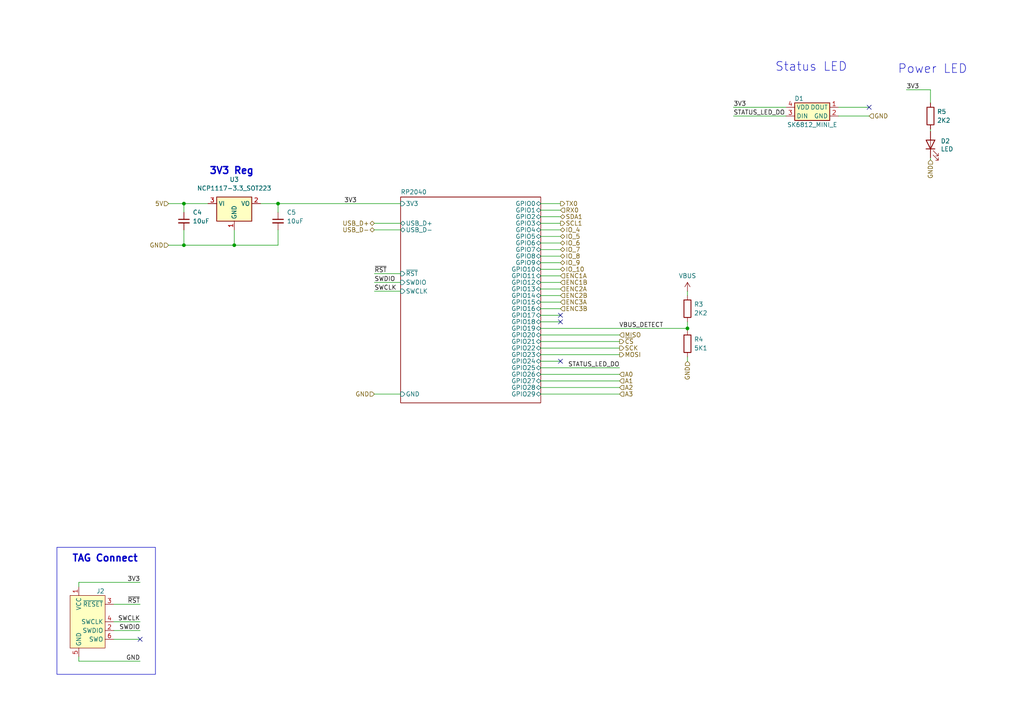
<source format=kicad_sch>
(kicad_sch (version 20231120) (generator "eeschema") (generator_version "8.0")
  (paper "A4")
  (title_block (title "RP2040") (date "2024-03-19") (rev "A") (company "MadMan"))
  (lib_symbols
    (symbol "Connector:Conn_ARM_SWD_TagConnect_TC2030-NL" (in_bom no)
      (property "Reference" "J" (at 2.54 11.43 0))
      (property "Value" "Conn_ARM_SWD_TagConnect_TC2030-NL" (at 2.54 8.89 0))
      (symbol "Conn_ARM_SWD_TagConnect_TC2030-NL_0_0"
        (pin power_in line (at -2.54 10.16 270) (length 2.54) (name "VCC") (number "1"))
        (pin bidirectional line (at 7.62 -2.54 180) (length 2.54) (name "SWDIO") (number "2"))
        (pin open_collector line (at 7.62 5.08 180) (length 2.54) (name "~{RESET}") (number "3"))
        (pin output line (at 7.62 0 180) (length 2.54) (name "SWCLK") (number "4"))
        (pin power_in line (at -2.54 -10.16 90) (length 2.54) (name "GND") (number "5"))
        (pin input line (at 7.62 -5.08 180) (length 2.54) (name "SWO") (number "6"))
      )
      (symbol "Conn_ARM_SWD_TagConnect_TC2030-NL_0_1"
        (rectangle (start -5.08 7.62) (end 5.08 -7.62) (fill (type background)))
      )
    )
    (symbol "Device:C_Small" (pin_numbers hide) (pin_names (offset 0.254) hide)
      (property "Reference" "C" (at 0.254 1.778 0))
      (property "Value" "C_Small" (at 0.254 -2.032 0))
      (symbol "C_Small_0_1"
        (polyline (pts (xy -1.524 -0.508) (xy 1.524 -0.508)) (stroke (width 0.3302)))
        (polyline (pts (xy -1.524 0.508) (xy 1.524 0.508)) (stroke (width 0.3048)))
      )
      (symbol "C_Small_1_1"
        (pin passive line (at 0 2.54 270) (length 2.032) (name "~") (number "1"))
        (pin passive line (at 0 -2.54 90) (length 2.032) (name "~") (number "2"))
      )
    )
    (symbol "Device:LED" (pin_numbers hide) (pin_names (offset 1.016) hide)
      (property "Reference" "D" (at 0 2.54 0))
      (property "Value" "LED" (at 0 -2.54 0))
      (symbol "LED_0_1"
        (polyline (pts (xy -1.27 -1.27) (xy -1.27 1.27)) (stroke (width 0.254)))
        (polyline (pts (xy -1.27 0) (xy 1.27 0)))
        (polyline (pts (xy 1.27 -1.27) (xy 1.27 1.27) (xy -1.27 0) (xy 1.27 -1.27)) (stroke (width 0.254)))
        (polyline (pts (xy -3.048 -0.762) (xy -4.572 -2.286) (xy -3.81 -2.286) (xy -4.572 -2.286) (xy -4.572 -1.524)))
        (polyline (pts (xy -1.778 -0.762) (xy -3.302 -2.286) (xy -2.54 -2.286) (xy -3.302 -2.286) (xy -3.302 -1.524)))
      )
      (symbol "LED_1_1"
        (pin passive line (at -3.81 0 0) (length 2.54) (name "K") (number "1"))
        (pin passive line (at 3.81 0 180) (length 2.54) (name "A") (number "2"))
      )
    )
    (symbol "Device:R" (pin_numbers hide) (pin_names (offset 0))
      (property "Reference" "R" (at 2.032 0 90))
      (property "Value" "R" (at 0 0 90))
      (symbol "R_0_1"
        (rectangle (start -1.016 -2.54) (end 1.016 2.54) (stroke (width 0.254)))
      )
      (symbol "R_1_1"
        (pin passive line (at 0 3.81 270) (length 1.27) (name "~") (number "1"))
        (pin passive line (at 0 -3.81 90) (length 1.27) (name "~") (number "2"))
      )
    )
    (symbol "Mad_Symbols:WS2812"
      (property "Reference" "D" (at -4.572 3.81 0))
      (symbol "WS2812_0_1"
        (rectangle (start -5.08 2.54) (end 5.08 -2.54) (stroke (width 0.254)) (fill (type background)))
      )
      (symbol "WS2812_1_1"
        (pin passive line (at 7.62 1.27 180) (length 2.54) (name "DOUT") (number "1"))
        (pin power_in line (at 7.62 -1.27 180) (length 2.54) (name "GND") (number "2"))
        (pin passive line (at -7.62 -1.27 0) (length 2.54) (name "DIN") (number "3"))
        (pin power_in line (at -7.62 1.27 0) (length 2.54) (name "VDD") (number "4"))
      )
    )
    (symbol "Regulator_Linear:NCP1117-3.3_SOT223"
      (property "Reference" "U" (at -3.81 3.175 0))
      (property "Value" "NCP1117-3.3_SOT223" (at 0 3.175 0))
      (symbol "NCP1117-3.3_SOT223_0_1"
        (rectangle (start -5.08 -5.08) (end 5.08 1.905) (stroke (width 0.254)) (fill (type background)))
      )
      (symbol "NCP1117-3.3_SOT223_1_1"
        (pin power_in line (at 0 -7.62 90) (length 2.54) (name "GND") (number "1"))
        (pin power_out line (at 7.62 0 180) (length 2.54) (name "VO") (number "2"))
        (pin power_in line (at -7.62 0 0) (length 2.54) (name "VI") (number "3"))
      )
    )
    (symbol "power:VBUS" (power) (pin_numbers hide) (pin_names (offset 0) hide)
      (property "Value" "VBUS" (at 0 3.556 0))
      (symbol "VBUS_0_1"
        (polyline (pts (xy -0.762 1.27) (xy 0 2.54)))
        (polyline (pts (xy 0 0) (xy 0 2.54)))
        (polyline (pts (xy 0 2.54) (xy 0.762 1.27)))
      )
      (symbol "VBUS_1_1"
        (pin power_in line (at 0 0 90) (length 0) (name "~") (number "1"))
      )
    )
  )
  (junction (at 67.945 71.12) (diameter 0.9144))
  (junction (at 53.34 59.055))
  (junction (at 199.39 95.25))
  (junction (at 53.34 71.12))
  (junction (at 80.645 59.055))
  (no_connect (at 162.56 104.775))
  (no_connect (at 40.64 185.42))
  (no_connect (at 162.56 91.44))
  (no_connect (at 162.56 93.345))
  (no_connect (at 252.095 31.115))
  (wire (pts (xy 156.845 89.535) (xy 162.56 89.535)))
  (wire (pts (xy 156.845 102.87) (xy 179.705 102.87)))
  (wire (pts (xy 156.845 91.44) (xy 162.56 91.44)))
  (wire (pts (xy 108.585 64.77) (xy 116.205 64.77)))
  (wire (pts (xy 156.845 72.39) (xy 162.56 72.39)))
  (wire (pts (xy 156.845 106.68) (xy 179.705 106.68)))
  (wire (pts (xy 212.725 33.655) (xy 227.965 33.655)))
  (wire (pts (xy 156.845 60.96) (xy 162.56 60.96)))
  (wire (pts (xy 53.34 66.675) (xy 53.34 71.12)))
  (wire (pts (xy 156.845 59.055) (xy 162.56 59.055)))
  (wire (pts (xy 199.39 103.505) (xy 199.39 104.775)))
  (wire (pts (xy 48.895 59.055) (xy 53.34 59.055)))
  (wire (pts (xy 53.34 71.12) (xy 67.945 71.12)))
  (wire (pts (xy 48.895 71.12) (xy 53.34 71.12)))
  (wire (pts (xy 156.845 64.77) (xy 162.56 64.77)))
  (wire (pts (xy 156.845 108.585) (xy 179.705 108.585)))
  (wire (pts (xy 252.095 31.115) (xy 243.205 31.115)))
  (wire (pts (xy 156.845 99.06) (xy 179.705 99.06)))
  (wire (pts (xy 156.845 80.01) (xy 162.56 80.01)))
  (wire (pts (xy 33.02 182.88) (xy 40.64 182.88)))
  (wire (pts (xy 80.645 61.595) (xy 80.645 59.055)))
  (wire (pts (xy 269.875 45.72) (xy 269.875 46.355)))
  (wire (pts (xy 269.875 38.1) (xy 269.875 37.465)))
  (wire (pts (xy 156.845 74.295) (xy 162.56 74.295)))
  (wire (pts (xy 108.585 66.675) (xy 116.205 66.675)))
  (wire (pts (xy 199.39 95.25) (xy 199.39 95.885)))
  (wire (pts (xy 80.645 66.675) (xy 80.645 71.12)))
  (wire (pts (xy 156.845 97.155) (xy 179.705 97.155)))
  (wire (pts (xy 156.845 95.25) (xy 199.39 95.25)))
  (wire (pts (xy 156.845 70.485) (xy 162.56 70.485)))
  (wire (pts (xy 33.02 180.34) (xy 40.64 180.34)))
  (wire (pts (xy 156.845 68.58) (xy 162.56 68.58)))
  (wire (pts (xy 262.89 26.035) (xy 269.875 26.035)))
  (wire (pts (xy 156.845 93.345) (xy 162.56 93.345)))
  (wire (pts (xy 156.845 78.105) (xy 162.56 78.105)))
  (wire (pts (xy 75.565 59.055) (xy 80.645 59.055)))
  (wire (pts (xy 156.845 112.395) (xy 179.705 112.395)))
  (wire (pts (xy 156.845 104.775) (xy 162.56 104.775)))
  (wire (pts (xy 243.205 33.655) (xy 252.095 33.655)))
  (wire (pts (xy 156.845 100.965) (xy 179.705 100.965)))
  (wire (pts (xy 40.64 168.91) (xy 22.86 168.91)))
  (wire (pts (xy 108.585 81.915) (xy 116.205 81.915)))
  (wire (pts (xy 156.845 62.865) (xy 162.56 62.865)))
  (wire (pts (xy 156.845 66.675) (xy 162.56 66.675)))
  (wire (pts (xy 212.725 31.115) (xy 227.965 31.115)))
  (wire (pts (xy 80.645 59.055) (xy 116.205 59.055)))
  (wire (pts (xy 108.585 79.375) (xy 116.205 79.375)))
  (wire (pts (xy 199.39 84.455) (xy 199.39 85.725)))
  (wire (pts (xy 22.86 168.91) (xy 22.86 170.18)))
  (wire (pts (xy 53.34 59.055) (xy 53.34 61.595)))
  (wire (pts (xy 156.845 87.63) (xy 162.56 87.63)))
  (wire (pts (xy 156.845 83.82) (xy 162.56 83.82)))
  (wire (pts (xy 108.585 114.3) (xy 116.205 114.3)))
  (wire (pts (xy 67.945 71.12) (xy 80.645 71.12)))
  (wire (pts (xy 67.945 66.675) (xy 67.945 71.12)))
  (wire (pts (xy 156.845 85.725) (xy 162.56 85.725)))
  (wire (pts (xy 40.64 191.77) (xy 22.86 191.77)))
  (wire (pts (xy 53.34 59.055) (xy 60.325 59.055)))
  (wire (pts (xy 33.02 175.26) (xy 40.64 175.26)))
  (wire (pts (xy 156.845 81.915) (xy 162.56 81.915)))
  (wire (pts (xy 108.585 84.455) (xy 116.205 84.455)))
  (wire (pts (xy 156.845 110.49) (xy 179.705 110.49)))
  (wire (pts (xy 33.02 185.42) (xy 40.64 185.42)))
  (wire (pts (xy 156.845 76.2) (xy 162.56 76.2)))
  (wire (pts (xy 22.86 191.77) (xy 22.86 190.5)))
  (wire (pts (xy 156.845 114.3) (xy 179.705 114.3)))
  (wire (pts (xy 199.39 93.345) (xy 199.39 95.25)))
  (wire (pts (xy 269.875 29.845) (xy 269.875 26.035)))
  (rectangle (start 16.51 158.75) (end 45.085 195.58))
  (text "Power LED" (at 260.35 21.59 0) (effects (font (size 2.54 2.54)) (justify left bottom)))
  (text "Status LED" (at 224.79 20.955 0) (effects (font (size 2.54 2.54)) (justify left bottom)))
  (text "3V3 Reg" (at 67.183 49.657 0) (effects (font (size 2 2) (thickness 0.4) (bold yes))))
  (text "TAG Connect" (at 30.48 162.052 0) (effects (font (size 2 2) (thickness 0.4) (bold yes))))
  (label "SWDIO" (at 40.64 182.88 180))
  (label "~{RST}" (at 108.585 79.375 0))
  (label "~{RST}" (at 40.64 175.26 180))
  (label "STATUS_LED_DO" (at 179.705 106.68 180))
  (label "VBUS_DETECT" (at 192.405 95.25 180))
  (label "3V3" (at 103.505 59.055 180))
  (label "SWCLK" (at 108.585 84.455 0))
  (label "SWDIO" (at 108.585 81.915 0))
  (label "3V3" (at 40.64 168.91 180))
  (label "3V3" (at 262.89 26.035 0))
  (label "STATUS_LED_DO" (at 212.725 33.655 0))
  (label "GND" (at 40.64 191.77 180))
  (label "SWCLK" (at 40.64 180.34 180))
  (label "3V3" (at 212.725 31.115 0))
  (hierarchical_label "GND" (shape input) (at 269.875 46.355 270))
  (hierarchical_label "IO_10" (shape bidirectional) (at 162.56 78.105 0))
  (hierarchical_label "IO_6" (shape bidirectional) (at 162.56 70.485 0))
  (hierarchical_label "IO_9" (shape bidirectional) (at 162.56 76.2 0))
  (hierarchical_label "ENC3B" (shape input) (at 162.56 89.535 0))
  (hierarchical_label "MISO" (shape input) (at 179.705 97.155 0))
  (hierarchical_label "USB_D+" (shape bidirectional) (at 108.585 64.77 180))
  (hierarchical_label "ENC1B" (shape input) (at 162.56 81.915 0))
  (hierarchical_label "5V" (shape input) (at 48.895 59.055 180))
  (hierarchical_label "SCK" (shape output) (at 179.705 100.965 0))
  (hierarchical_label "A0" (shape input) (at 179.705 108.585 0))
  (hierarchical_label "A3" (shape input) (at 179.705 114.3 0))
  (hierarchical_label "ENC2A" (shape input) (at 162.56 83.82 0))
  (hierarchical_label "GND" (shape input) (at 252.095 33.655 0))
  (hierarchical_label "~{CS}" (shape output) (at 179.705 99.06 0))
  (hierarchical_label "TX0" (shape output) (at 162.56 59.055 0))
  (hierarchical_label "MOSI" (shape output) (at 179.705 102.87 0))
  (hierarchical_label "ENC1A" (shape input) (at 162.56 80.01 0))
  (hierarchical_label "ENC3A" (shape input) (at 162.56 87.63 0))
  (hierarchical_label "SCL1" (shape output) (at 162.56 64.77 0))
  (hierarchical_label "SDA1" (shape bidirectional) (at 162.56 62.865 0))
  (hierarchical_label "ENC2B" (shape input) (at 162.56 85.725 0))
  (hierarchical_label "IO_8" (shape bidirectional) (at 162.56 74.295 0))
  (hierarchical_label "RX0" (shape input) (at 162.56 60.96 0))
  (hierarchical_label "A1" (shape input) (at 179.705 110.49 0))
  (hierarchical_label "GND" (shape input) (at 108.585 114.3 180))
  (hierarchical_label "A2" (shape input) (at 179.705 112.395 0))
  (hierarchical_label "USB_D-" (shape bidirectional) (at 108.585 66.675 180))
  (hierarchical_label "IO_7" (shape bidirectional) (at 162.56 72.39 0))
  (hierarchical_label "IO_4" (shape bidirectional) (at 162.56 66.675 0))
  (hierarchical_label "GND" (shape input) (at 199.39 104.775 270))
  (hierarchical_label "IO_5" (shape bidirectional) (at 162.56 68.58 0))
  (hierarchical_label "GND" (shape input) (at 48.895 71.12 180))
  (symbol (lib_id "Device:LED") (at 269.875 41.91 90) (unit 1)
    (property "Reference" "D2" (at 272.8468 40.9194 90) (effects (justify right)))
    (property "Value" "LED" (at 272.8468 43.2308 90) (effects (justify right)))
    (property "Footprint" "LED_SMD:LED_0603_1608Metric" (effects (hide yes)))
    (property "LCSC" "C268294" (effects (hide yes)))
    (property "MPN " "OSK40603C1E" (effects (hide yes)))
    (property "Manufacturer" "OptoSupply" (effects (hide yes)))
    (property "JLC Basic" "Y" (effects (hide yes)))
    (property "Substitute" "Y - any pink" (effects (hide yes)))
  )
  (symbol (lib_id "Regulator_Linear:NCP1117-3.3_SOT223") (at 67.945 59.055 0) (unit 1)
    (property "Reference" "U3" (at 67.945 52.07 0))
    (property "Value" "NCP1117-3.3_SOT223" (at 67.945 54.61 0))
    (property "Footprint" "Package_TO_SOT_SMD:SOT-223-3_TabPin2" (effects (hide yes)))
    (property "Datasheet" "http://www.onsemi.com/pub_link/Collateral/NCP1117-D.PDF" (effects (hide yes)))
    (property "Description" "1A Low drop-out regulator, Fixed Output 3.3V, SOT-223" (effects (hide yes)))
    (property "Price" "$0.74" (effects (hide yes)))
    (property "Rating" "IC REG LINEAR POS ADJ 1A SOT223" (effects (hide yes)))
    (property "Supplier" "Digikey" (effects (hide yes)))
    (property "Supplier PN" "NCP1117LPSTADT3GOSCT-ND" (effects (hide yes)))
    (property "Manufacturer" "onsemi" (effects (hide yes)))
    (property "MPN" "NCP1117LPSTADT3G" (effects (hide yes)))
  )
  (symbol (lib_id "Connector:Conn_ARM_SWD_TagConnect_TC2030-NL") (at 25.4 180.34 0) (unit 1) (in_bom no)
    (property "Reference" "J2" (at 27.94 171.45 0) (effects (justify left)))
    (property "Value" "Conn_ARM_SWD_TagConnect_TC2030-NL" (effects (hide yes)))
    (property "Footprint" "Connector:Tag-Connect_TC2030-IDC-NL_2x03_P1.27mm_Vertical" (effects (hide yes)))
    (property "Datasheet" "https://www.tag-connect.com/wp-content/uploads/bsk-pdf-manager/TC2030-CTX_1.pdf" (effects (hide yes)))
  )
  (symbol (lib_id "Device:R") (at 269.875 33.655 0) (unit 1)
    (property "Reference" "R5" (at 271.78 32.3849 0) (effects (justify left)))
    (property "Value" "2K2" (at 271.78 34.9249 0) (effects (justify left)))
    (property "Footprint" "Resistor_SMD:R_0402_1005Metric" (effects (hide yes)))
    (property "Datasheet" "https://www.yageo.com/upload/media/product/products/datasheet/rchip/PYu-RC_Group_51_RoHS_L_12.pdf" (effects (hide yes)))
    (property "Description" "2.2 kOhms ±1% 0.063W, 1/16W Chip Resistor 0402 (1005 Metric) Moisture Resistant Thick Film" (effects (hide yes)))
    (property "JLC Basic" "Y" (effects (hide yes)))
    (property "LCSC" "C25879" (effects (hide yes)))
    (property "MPN " "0402WGF2201TCE" (effects (hide yes)))
    (property "Manufacturer" "YAGEO" (effects (hide yes)))
    (property "Substitute" "Y" (effects (hide yes)))
    (property "MPN" "RC0402FR-072K2L" (effects (hide yes)))
    (property "Price" "$0.16 " (effects (hide yes)))
    (property "Rating" "RES 2.2K OHM 1% 1/16W 0402" (effects (hide yes)))
    (property "Supplier" "Digikey" (effects (hide yes)))
    (property "Supplier PN" "311-2.20KLRCT-ND" (effects (hide yes)))
  )
  (symbol (lib_id "Device:R") (at 199.39 99.695 0) (unit 1)
    (property "Reference" "R4" (at 201.295 98.4249 0) (effects (justify left)))
    (property "Value" "5K1" (at 201.295 100.9649 0) (effects (justify left)))
    (property "Footprint" "Resistor_SMD:R_0402_1005Metric" (effects (hide yes)))
    (property "Datasheet" "https://www.yageo.com/upload/media/product/products/datasheet/rchip/PYu-RC_Group_51_RoHS_L_12.pdf" (effects (hide yes)))
    (property "Description" "5.1 kOhms ±1% 0.063W, 1/16W Chip Resistor 0402 (1005 Metric) Moisture Resistant Thick Film" (effects (hide yes)))
    (property "Manufacturer" "YAGEO" (effects (hide yes)))
    (property "MPN" "RC0402FR-075K1L" (effects (hide yes)))
    (property "Price" "$0.16 " (effects (hide yes)))
    (property "Rating" "RES 5.1K OHM 1% 1/16W 0402" (effects (hide yes)))
    (property "Supplier" "Digikey" (effects (hide yes)))
    (property "Supplier PN" "311-5.10KLRCT-ND" (effects (hide yes)))
  )
  (symbol (lib_id "Device:R") (at 199.39 89.535 0) (unit 1)
    (property "Reference" "R3" (at 201.295 88.2649 0) (effects (justify left)))
    (property "Value" "2K2" (at 201.295 90.8049 0) (effects (justify left)))
    (property "Footprint" "Resistor_SMD:R_0402_1005Metric" (effects (hide yes)))
    (property "Datasheet" "https://www.yageo.com/upload/media/product/products/datasheet/rchip/PYu-RC_Group_51_RoHS_L_12.pdf" (effects (hide yes)))
    (property "Description" "2.2 kOhms ±1% 0.063W, 1/16W Chip Resistor 0402 (1005 Metric) Moisture Resistant Thick Film" (effects (hide yes)))
    (property "Manufacturer" "YAGEO" (effects (hide yes)))
    (property "MPN" "RC0402FR-072K2L" (effects (hide yes)))
    (property "Price" "$0.16 " (effects (hide yes)))
    (property "Rating" "RES 2.2K OHM 1% 1/16W 0402" (effects (hide yes)))
    (property "Supplier" "Digikey" (effects (hide yes)))
    (property "Supplier PN" "311-2.20KLRCT-ND" (effects (hide yes)))
  )
  (symbol (lib_id "power:VBUS") (at 199.39 84.455 0) (unit 1)
    (property "Reference" "#PWR06" (effects (hide yes)))
    (property "Value" "VBUS" (at 199.39 80.01 0))
    (property "Description" "Power symbol creates a global label with name \"VBUS\"" (effects (hide yes)))
  )
  (symbol (lib_id "Device:C_Small") (at 53.34 64.135 0) (mirror y) (unit 1)
    (property "Reference" "C4" (at 55.88 61.595 0) (effects (justify right)))
    (property "Value" "10uF" (at 55.88 64.135 0) (effects (justify right)))
    (property "Footprint" "Capacitor_SMD:C_0805_2012Metric" (effects (hide yes)))
    (property "Datasheet" "https://www.yageo.com/upload/media/product/app/datasheet/mlcc/upy-gphc_x5r_4v-to-50v.pdf" (effects (hide yes)))
    (property "Description" "10 µF ±10% 25V Ceramic Capacitor X5R 0805 (2012 Metric)" (effects (hide yes)))
    (property "MPN" "CC0805KKX5R8BB106" (effects (hide yes)))
    (property "Manufacturer" "YAGEO" (effects (hide yes)))
    (property "Price" "$0.47" (effects (hide yes)))
    (property "Rating" "CAP CER 10UF 25V X5R 0805" (effects (hide yes)))
    (property "Supplier" "Digikey" (effects (hide yes)))
    (property "Supplier PN" "311-1869-1-ND" (effects (hide yes)))
  )
  (symbol (lib_id "Mad_Symbols:WS2812") (at 235.585 32.385 0) (unit 1)
    (property "Reference" "D1" (at 231.775 28.575 0))
    (property "Value" "SK6812_MINI_E" (at 235.585 36.195 0))
    (property "Footprint" "Mad_Footprints:WS2812C-2020" (effects (hide yes)))
    (property "Datasheet" "https://cdn.sparkfun.com/assets/e/1/0/f/b/WS2812C-2020_V1.2_EN_19112716191654.pdf" (effects (hide yes)))
    (property "Description" "Programmable LED" (effects (hide yes)))
    (property "LCSC" "C965556" (effects (hide yes)))
    (property "MPN " "WS2812C-2020" (effects (hide yes)))
    (property "Manufacturer" "Worldsemi " (effects (hide yes)))
    (property "JLC Basic" "N" (effects (hide yes)))
    (property "Substitute" "N" (effects (hide yes)))
    (property "Price" "$0.42" (effects (hide yes)))
    (property "Rating" " 3.7...5.3V" (effects (hide yes)))
    (property "Supplier" "LCSC" (effects (hide yes)))
    (property "Supplier PN" "C965556" (effects (hide yes)))
    (property "MPN" "WS2812C-2020" (effects (hide yes)))
  )
  (symbol (lib_id "Device:C_Small") (at 80.645 64.135 0) (mirror y) (unit 1)
    (property "Reference" "C5" (at 83.185 61.595 0) (effects (justify right)))
    (property "Value" "10uF" (at 83.185 64.135 0) (effects (justify right)))
    (property "Footprint" "Capacitor_SMD:C_0805_2012Metric" (effects (hide yes)))
    (property "Datasheet" "https://www.yageo.com/upload/media/product/app/datasheet/mlcc/upy-gphc_x5r_4v-to-50v.pdf" (effects (hide yes)))
    (property "Description" "10 µF ±10% 25V Ceramic Capacitor X5R 0805 (2012 Metric)" (effects (hide yes)))
    (property "MPN" "CC0805KKX5R8BB106" (effects (hide yes)))
    (property "Manufacturer" "YAGEO" (effects (hide yes)))
    (property "Price" "$0.47" (effects (hide yes)))
    (property "Rating" "CAP CER 10UF 25V X5R 0805" (effects (hide yes)))
    (property "Supplier" "Digikey" (effects (hide yes)))
    (property "Supplier PN" "311-1869-1-ND" (effects (hide yes)))
  )
  (sheet (at 116.205 57.15) (size 40.64 59.69) (stroke (width 0.1524))
    (property "Sheetname" "RP2040" (at 116.205 56.4384 0) (effects (justify left bottom)))
    (property "Sheetfile" "../MCU/RP2040.kicad_sch" (effects (hide yes)))
    (pin "GND" input (at 116.205 114.3 180))
    (pin "GPIO15" bidirectional (at 156.845 87.63 0))
    (pin "GPIO14" bidirectional (at 156.845 85.725 0))
    (pin "GPIO16" bidirectional (at 156.845 89.535 0))
    (pin "GPIO17" bidirectional (at 156.845 91.44 0))
    (pin "GPIO27" bidirectional (at 156.845 110.49 0))
    (pin "GPIO26" bidirectional (at 156.845 108.585 0))
    (pin "GPIO25" bidirectional (at 156.845 106.68 0))
    (pin "GPIO29" bidirectional (at 156.845 114.3 0))
    (pin "GPIO24" bidirectional (at 156.845 104.775 0))
    (pin "GPIO28" bidirectional (at 156.845 112.395 0))
    (pin "GPIO19" bidirectional (at 156.845 95.25 0))
    (pin "GPIO23" bidirectional (at 156.845 102.87 0))
    (pin "GPIO18" bidirectional (at 156.845 93.345 0))
    (pin "GPIO20" bidirectional (at 156.845 97.155 0))
    (pin "GPIO21" bidirectional (at 156.845 99.06 0))
    (pin "GPIO22" bidirectional (at 156.845 100.965 0))
    (pin "GPIO10" bidirectional (at 156.845 78.105 0))
    (pin "GPIO12" bidirectional (at 156.845 81.915 0))
    (pin "GPIO13" bidirectional (at 156.845 83.82 0))
    (pin "GPIO9" bidirectional (at 156.845 76.2 0))
    (pin "GPIO11" bidirectional (at 156.845 80.01 0))
    (pin "GPIO7" bidirectional (at 156.845 72.39 0))
    (pin "GPIO8" bidirectional (at 156.845 74.295 0))
    (pin "GPIO6" bidirectional (at 156.845 70.485 0))
    (pin "GPIO4" bidirectional (at 156.845 66.675 0))
    (pin "GPIO3" bidirectional (at 156.845 64.77 0))
    (pin "GPIO5" bidirectional (at 156.845 68.58 0))
    (pin "GPIO1" bidirectional (at 156.845 60.96 0))
    (pin "GPIO0" bidirectional (at 156.845 59.055 0))
    (pin "GPIO2" bidirectional (at 156.845 62.865 0))
    (pin "USB_D+" bidirectional (at 116.205 64.77 180))
    (pin "USB_D-" bidirectional (at 116.205 66.675 180))
    (pin "3V3" input (at 116.205 59.055 180))
    (pin "SWDIO" input (at 116.205 81.915 180))
    (pin "SWCLK" input (at 116.205 84.455 180))
    (pin "~{RST}" input (at 116.205 79.375 180))
  )
)
</source>
